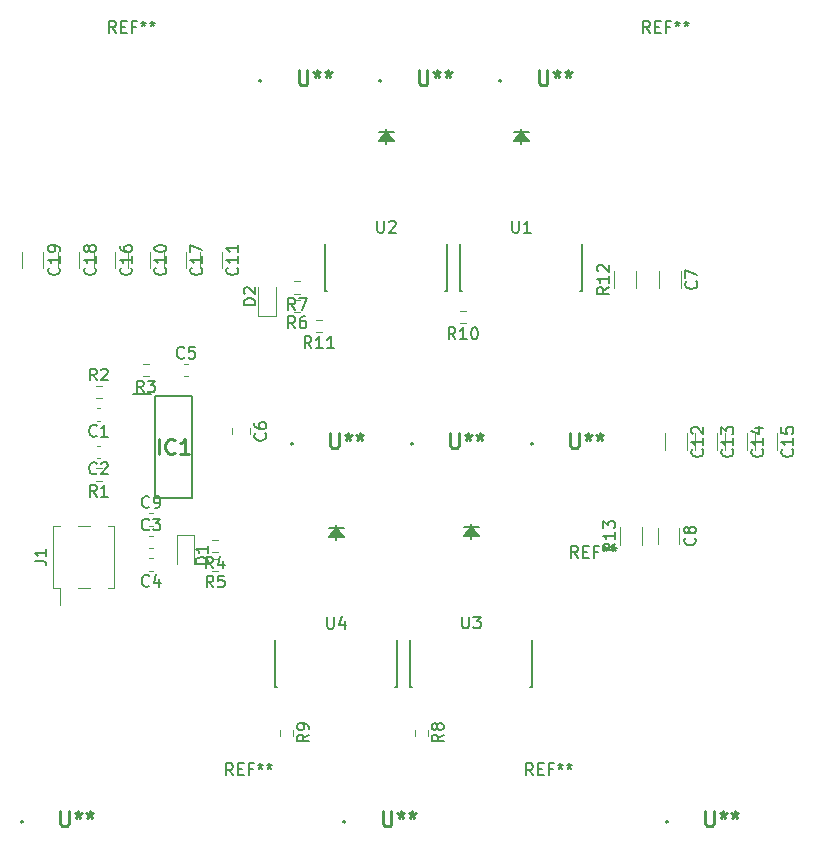
<source format=gbr>
%TF.GenerationSoftware,KiCad,Pcbnew,(5.1.9)-1*%
%TF.CreationDate,2021-04-16T14:47:50+02:00*%
%TF.ProjectId,Inverter,496e7665-7274-4657-922e-6b696361645f,rev?*%
%TF.SameCoordinates,Original*%
%TF.FileFunction,Legend,Top*%
%TF.FilePolarity,Positive*%
%FSLAX46Y46*%
G04 Gerber Fmt 4.6, Leading zero omitted, Abs format (unit mm)*
G04 Created by KiCad (PCBNEW (5.1.9)-1) date 2021-04-16 14:47:50*
%MOMM*%
%LPD*%
G01*
G04 APERTURE LIST*
%ADD10C,0.200000*%
%ADD11C,0.120000*%
%ADD12C,0.152400*%
%ADD13C,0.254000*%
%ADD14C,0.150000*%
G04 APERTURE END LIST*
D10*
%TO.C,U\u002A\u002A*%
X124405000Y-125295000D02*
X124405000Y-125295000D01*
X124205000Y-125295000D02*
X124205000Y-125295000D01*
X124405000Y-125295000D02*
G75*
G02*
X124205000Y-125295000I-100000J0D01*
G01*
X124205000Y-125295000D02*
G75*
G02*
X124405000Y-125295000I100000J0D01*
G01*
X96900000Y-125295000D02*
X96900000Y-125295000D01*
X97100000Y-125295000D02*
X97100000Y-125295000D01*
X96900000Y-125295000D02*
G75*
G02*
X97100000Y-125295000I100000J0D01*
G01*
X97100000Y-125295000D02*
G75*
G02*
X96900000Y-125295000I-100000J0D01*
G01*
X69795000Y-125295000D02*
X69795000Y-125295000D01*
X69595000Y-125295000D02*
X69595000Y-125295000D01*
X69795000Y-125295000D02*
G75*
G02*
X69595000Y-125295000I-100000J0D01*
G01*
X69595000Y-125295000D02*
G75*
G02*
X69795000Y-125295000I100000J0D01*
G01*
X112775000Y-93291000D02*
X112775000Y-93291000D01*
X112975000Y-93291000D02*
X112975000Y-93291000D01*
X112775000Y-93291000D02*
G75*
G02*
X112975000Y-93291000I100000J0D01*
G01*
X112975000Y-93291000D02*
G75*
G02*
X112775000Y-93291000I-100000J0D01*
G01*
X102815000Y-93291000D02*
X102815000Y-93291000D01*
X102615000Y-93291000D02*
X102615000Y-93291000D01*
X102815000Y-93291000D02*
G75*
G02*
X102615000Y-93291000I-100000J0D01*
G01*
X102615000Y-93291000D02*
G75*
G02*
X102815000Y-93291000I100000J0D01*
G01*
X92455000Y-93291000D02*
X92455000Y-93291000D01*
X92655000Y-93291000D02*
X92655000Y-93291000D01*
X92455000Y-93291000D02*
G75*
G02*
X92655000Y-93291000I100000J0D01*
G01*
X92655000Y-93291000D02*
G75*
G02*
X92455000Y-93291000I-100000J0D01*
G01*
X110308000Y-62557000D02*
X110308000Y-62557000D01*
X110108000Y-62557000D02*
X110108000Y-62557000D01*
X110308000Y-62557000D02*
G75*
G02*
X110108000Y-62557000I-100000J0D01*
G01*
X110108000Y-62557000D02*
G75*
G02*
X110308000Y-62557000I100000J0D01*
G01*
X99948000Y-62557000D02*
X99948000Y-62557000D01*
X100148000Y-62557000D02*
X100148000Y-62557000D01*
X99948000Y-62557000D02*
G75*
G02*
X100148000Y-62557000I100000J0D01*
G01*
X100148000Y-62557000D02*
G75*
G02*
X99948000Y-62557000I-100000J0D01*
G01*
X89988000Y-62557000D02*
X89988000Y-62557000D01*
X89788000Y-62557000D02*
X89788000Y-62557000D01*
X89988000Y-62557000D02*
G75*
G02*
X89788000Y-62557000I-100000J0D01*
G01*
X89788000Y-62557000D02*
G75*
G02*
X89988000Y-62557000I100000J0D01*
G01*
D11*
%TO.C,C19*%
X71522000Y-77012748D02*
X71522000Y-78435252D01*
X69702000Y-77012748D02*
X69702000Y-78435252D01*
%TO.C,C18*%
X74570000Y-77012748D02*
X74570000Y-78435252D01*
X72750000Y-77012748D02*
X72750000Y-78435252D01*
%TO.C,C17*%
X83587000Y-77012748D02*
X83587000Y-78435252D01*
X81767000Y-77012748D02*
X81767000Y-78435252D01*
%TO.C,C16*%
X77618000Y-77012748D02*
X77618000Y-78435252D01*
X75798000Y-77012748D02*
X75798000Y-78435252D01*
%TO.C,C10*%
X80539000Y-77012748D02*
X80539000Y-78435252D01*
X78719000Y-77012748D02*
X78719000Y-78435252D01*
%TO.C,R13*%
X120375000Y-101819064D02*
X120375000Y-100364936D01*
X122195000Y-101819064D02*
X122195000Y-100364936D01*
%TO.C,R12*%
X119867000Y-80102064D02*
X119867000Y-78647936D01*
X121687000Y-80102064D02*
X121687000Y-78647936D01*
%TO.C,C8*%
X125370000Y-100380748D02*
X125370000Y-101803252D01*
X123550000Y-100380748D02*
X123550000Y-101803252D01*
%TO.C,C7*%
X125497000Y-78663748D02*
X125497000Y-80086252D01*
X123677000Y-78663748D02*
X123677000Y-80086252D01*
%TO.C,C15*%
X133625000Y-92405148D02*
X133625000Y-93827652D01*
X131805000Y-92405148D02*
X131805000Y-93827652D01*
%TO.C,C14*%
X131085000Y-92405148D02*
X131085000Y-93827652D01*
X129265000Y-92405148D02*
X129265000Y-93827652D01*
%TO.C,C13*%
X128545000Y-92405148D02*
X128545000Y-93827652D01*
X126725000Y-92405148D02*
X126725000Y-93827652D01*
%TO.C,C12*%
X126005000Y-92405148D02*
X126005000Y-93827652D01*
X124185000Y-92405148D02*
X124185000Y-93827652D01*
%TO.C,C11*%
X86635000Y-77012748D02*
X86635000Y-78435252D01*
X84815000Y-77012748D02*
X84815000Y-78435252D01*
%TO.C,J1*%
X74420000Y-100270000D02*
X75440000Y-100270000D01*
X74420000Y-105470000D02*
X75440000Y-105470000D01*
X76960000Y-100270000D02*
X77530000Y-100270000D01*
X76960000Y-105470000D02*
X77530000Y-105470000D01*
X72330000Y-100270000D02*
X72900000Y-100270000D01*
X72330000Y-105470000D02*
X72900000Y-105470000D01*
X72900000Y-106910000D02*
X72900000Y-105470000D01*
X77530000Y-105470000D02*
X77530000Y-100270000D01*
X72330000Y-105470000D02*
X72330000Y-100270000D01*
D12*
%TO.C,U4*%
X96316800Y-101409500D02*
X96316800Y-100139500D01*
X96951800Y-100393500D02*
X95681800Y-100393500D01*
X96316800Y-100393500D02*
X96951800Y-101155500D01*
X96316800Y-100393500D02*
X96824800Y-101155500D01*
X96316800Y-100393500D02*
X96697800Y-101155500D01*
X96316800Y-100393500D02*
X96570800Y-101155500D01*
X96316800Y-100393500D02*
X96443800Y-101155500D01*
X96316800Y-100393500D02*
X95681800Y-101155500D01*
X96316800Y-100393500D02*
X95808800Y-101155500D01*
X96316800Y-100393500D02*
X95935800Y-101155500D01*
X96316800Y-100393500D02*
X96062800Y-101155500D01*
X96316800Y-100393500D02*
X96189800Y-101155500D01*
X96951800Y-101155500D02*
X95681800Y-101155500D01*
X91135200Y-113906300D02*
X91339561Y-113906300D01*
X101498400Y-113906300D02*
X101498400Y-109915288D01*
X91135200Y-109915288D02*
X91135200Y-113906300D01*
X101294039Y-113906300D02*
X101498400Y-113906300D01*
%TO.C,U3*%
X107746800Y-101384100D02*
X107746800Y-100114100D01*
X108381800Y-100368100D02*
X107111800Y-100368100D01*
X107746800Y-100368100D02*
X108381800Y-101130100D01*
X107746800Y-100368100D02*
X108254800Y-101130100D01*
X107746800Y-100368100D02*
X108127800Y-101130100D01*
X107746800Y-100368100D02*
X108000800Y-101130100D01*
X107746800Y-100368100D02*
X107873800Y-101130100D01*
X107746800Y-100368100D02*
X107111800Y-101130100D01*
X107746800Y-100368100D02*
X107238800Y-101130100D01*
X107746800Y-100368100D02*
X107365800Y-101130100D01*
X107746800Y-100368100D02*
X107492800Y-101130100D01*
X107746800Y-100368100D02*
X107619800Y-101130100D01*
X108381800Y-101130100D02*
X107111800Y-101130100D01*
X102565200Y-113880900D02*
X102769561Y-113880900D01*
X112928400Y-113880900D02*
X112928400Y-109889888D01*
X102565200Y-109889888D02*
X102565200Y-113880900D01*
X112724039Y-113880900D02*
X112928400Y-113880900D01*
%TO.C,U2*%
X100558600Y-67881500D02*
X100558600Y-66611500D01*
X101193600Y-66865500D02*
X99923600Y-66865500D01*
X100558600Y-66865500D02*
X101193600Y-67627500D01*
X100558600Y-66865500D02*
X101066600Y-67627500D01*
X100558600Y-66865500D02*
X100939600Y-67627500D01*
X100558600Y-66865500D02*
X100812600Y-67627500D01*
X100558600Y-66865500D02*
X100685600Y-67627500D01*
X100558600Y-66865500D02*
X99923600Y-67627500D01*
X100558600Y-66865500D02*
X100050600Y-67627500D01*
X100558600Y-66865500D02*
X100177600Y-67627500D01*
X100558600Y-66865500D02*
X100304600Y-67627500D01*
X100558600Y-66865500D02*
X100431600Y-67627500D01*
X101193600Y-67627500D02*
X99923600Y-67627500D01*
X95377000Y-80378300D02*
X95581361Y-80378300D01*
X105740200Y-80378300D02*
X105740200Y-76387288D01*
X95377000Y-76387288D02*
X95377000Y-80378300D01*
X105535839Y-80378300D02*
X105740200Y-80378300D01*
%TO.C,U1*%
X111988600Y-67881500D02*
X111988600Y-66611500D01*
X112623600Y-66865500D02*
X111353600Y-66865500D01*
X111988600Y-66865500D02*
X112623600Y-67627500D01*
X111988600Y-66865500D02*
X112496600Y-67627500D01*
X111988600Y-66865500D02*
X112369600Y-67627500D01*
X111988600Y-66865500D02*
X112242600Y-67627500D01*
X111988600Y-66865500D02*
X112115600Y-67627500D01*
X111988600Y-66865500D02*
X111353600Y-67627500D01*
X111988600Y-66865500D02*
X111480600Y-67627500D01*
X111988600Y-66865500D02*
X111607600Y-67627500D01*
X111988600Y-66865500D02*
X111734600Y-67627500D01*
X111988600Y-66865500D02*
X111861600Y-67627500D01*
X112623600Y-67627500D02*
X111353600Y-67627500D01*
X106807000Y-80378300D02*
X107011361Y-80378300D01*
X117170200Y-80378300D02*
X117170200Y-76387288D01*
X106807000Y-76387288D02*
X106807000Y-80378300D01*
X116965839Y-80378300D02*
X117170200Y-80378300D01*
D10*
%TO.C,IC1*%
X80950000Y-89248600D02*
X84150000Y-89248600D01*
X84150000Y-89248600D02*
X84150000Y-97898600D01*
X84150000Y-97898600D02*
X80950000Y-97898600D01*
X80950000Y-97898600D02*
X80950000Y-89248600D01*
X79075000Y-89063600D02*
X80600000Y-89063600D01*
D11*
%TO.C,C6*%
X89000000Y-91967248D02*
X89000000Y-92489752D01*
X87530000Y-91967248D02*
X87530000Y-92489752D01*
%TO.C,D1*%
X82805600Y-101043600D02*
X82805600Y-103503600D01*
X84275600Y-101043600D02*
X82805600Y-101043600D01*
X84275600Y-103503600D02*
X84275600Y-101043600D01*
%TO.C,R5*%
X86333424Y-103033300D02*
X85823976Y-103033300D01*
X86333424Y-104078300D02*
X85823976Y-104078300D01*
%TO.C,R4*%
X86311824Y-101433100D02*
X85802376Y-101433100D01*
X86311824Y-102478100D02*
X85802376Y-102478100D01*
%TO.C,C3*%
X80498733Y-102110000D02*
X80791267Y-102110000D01*
X80498733Y-101090000D02*
X80791267Y-101090000D01*
%TO.C,C9*%
X80498733Y-100205000D02*
X80791267Y-100205000D01*
X80498733Y-99185000D02*
X80791267Y-99185000D01*
%TO.C,C5*%
X83469433Y-87555800D02*
X83761967Y-87555800D01*
X83469433Y-86535800D02*
X83761967Y-86535800D01*
%TO.C,C4*%
X80791267Y-102995000D02*
X80498733Y-102995000D01*
X80791267Y-104015000D02*
X80498733Y-104015000D01*
%TO.C,C2*%
X76346267Y-93470000D02*
X76053733Y-93470000D01*
X76346267Y-94490000D02*
X76053733Y-94490000D01*
%TO.C,C1*%
X76346267Y-90295000D02*
X76053733Y-90295000D01*
X76346267Y-91315000D02*
X76053733Y-91315000D01*
%TO.C,R1*%
X76454724Y-95362500D02*
X75945276Y-95362500D01*
X76454724Y-96407500D02*
X75945276Y-96407500D01*
%TO.C,R3*%
X80440624Y-86523300D02*
X79931176Y-86523300D01*
X80440624Y-87568300D02*
X79931176Y-87568300D01*
%TO.C,R2*%
X75945276Y-89422500D02*
X76454724Y-89422500D01*
X75945276Y-88377500D02*
X76454724Y-88377500D01*
%TO.C,R9*%
X91603300Y-117476176D02*
X91603300Y-117985624D01*
X92648300Y-117476176D02*
X92648300Y-117985624D01*
%TO.C,R8*%
X103007900Y-117476176D02*
X103007900Y-117985624D01*
X104052900Y-117476176D02*
X104052900Y-117985624D01*
%TO.C,R11*%
X95123724Y-82789500D02*
X94614276Y-82789500D01*
X95123724Y-83834500D02*
X94614276Y-83834500D01*
%TO.C,R10*%
X107315724Y-82027500D02*
X106806276Y-82027500D01*
X107315724Y-83072500D02*
X106806276Y-83072500D01*
%TO.C,R7*%
X93267624Y-79538300D02*
X92758176Y-79538300D01*
X93267624Y-80583300D02*
X92758176Y-80583300D01*
%TO.C,R6*%
X93271424Y-81087700D02*
X92761976Y-81087700D01*
X93271424Y-82132700D02*
X92761976Y-82132700D01*
%TO.C,D2*%
X91184400Y-82468800D02*
X91184400Y-80008800D01*
X89714400Y-82468800D02*
X91184400Y-82468800D01*
X89714400Y-80008800D02*
X89714400Y-82468800D01*
%TO.C,U\u002A\u002A*%
D13*
X127574523Y-124399523D02*
X127574523Y-125427619D01*
X127635000Y-125548571D01*
X127695476Y-125609047D01*
X127816428Y-125669523D01*
X128058333Y-125669523D01*
X128179285Y-125609047D01*
X128239761Y-125548571D01*
X128300238Y-125427619D01*
X128300238Y-124399523D01*
X129086428Y-124399523D02*
X129086428Y-124701904D01*
X128784047Y-124580952D02*
X129086428Y-124701904D01*
X129388809Y-124580952D01*
X128905000Y-124943809D02*
X129086428Y-124701904D01*
X129267857Y-124943809D01*
X130054047Y-124399523D02*
X130054047Y-124701904D01*
X129751666Y-124580952D02*
X130054047Y-124701904D01*
X130356428Y-124580952D01*
X129872619Y-124943809D02*
X130054047Y-124701904D01*
X130235476Y-124943809D01*
X100269523Y-124399523D02*
X100269523Y-125427619D01*
X100330000Y-125548571D01*
X100390476Y-125609047D01*
X100511428Y-125669523D01*
X100753333Y-125669523D01*
X100874285Y-125609047D01*
X100934761Y-125548571D01*
X100995238Y-125427619D01*
X100995238Y-124399523D01*
X101781428Y-124399523D02*
X101781428Y-124701904D01*
X101479047Y-124580952D02*
X101781428Y-124701904D01*
X102083809Y-124580952D01*
X101600000Y-124943809D02*
X101781428Y-124701904D01*
X101962857Y-124943809D01*
X102749047Y-124399523D02*
X102749047Y-124701904D01*
X102446666Y-124580952D02*
X102749047Y-124701904D01*
X103051428Y-124580952D01*
X102567619Y-124943809D02*
X102749047Y-124701904D01*
X102930476Y-124943809D01*
X72964523Y-124399523D02*
X72964523Y-125427619D01*
X73025000Y-125548571D01*
X73085476Y-125609047D01*
X73206428Y-125669523D01*
X73448333Y-125669523D01*
X73569285Y-125609047D01*
X73629761Y-125548571D01*
X73690238Y-125427619D01*
X73690238Y-124399523D01*
X74476428Y-124399523D02*
X74476428Y-124701904D01*
X74174047Y-124580952D02*
X74476428Y-124701904D01*
X74778809Y-124580952D01*
X74295000Y-124943809D02*
X74476428Y-124701904D01*
X74657857Y-124943809D01*
X75444047Y-124399523D02*
X75444047Y-124701904D01*
X75141666Y-124580952D02*
X75444047Y-124701904D01*
X75746428Y-124580952D01*
X75262619Y-124943809D02*
X75444047Y-124701904D01*
X75625476Y-124943809D01*
X116144523Y-92395523D02*
X116144523Y-93423619D01*
X116205000Y-93544571D01*
X116265476Y-93605047D01*
X116386428Y-93665523D01*
X116628333Y-93665523D01*
X116749285Y-93605047D01*
X116809761Y-93544571D01*
X116870238Y-93423619D01*
X116870238Y-92395523D01*
X117656428Y-92395523D02*
X117656428Y-92697904D01*
X117354047Y-92576952D02*
X117656428Y-92697904D01*
X117958809Y-92576952D01*
X117475000Y-92939809D02*
X117656428Y-92697904D01*
X117837857Y-92939809D01*
X118624047Y-92395523D02*
X118624047Y-92697904D01*
X118321666Y-92576952D02*
X118624047Y-92697904D01*
X118926428Y-92576952D01*
X118442619Y-92939809D02*
X118624047Y-92697904D01*
X118805476Y-92939809D01*
X105984523Y-92395523D02*
X105984523Y-93423619D01*
X106045000Y-93544571D01*
X106105476Y-93605047D01*
X106226428Y-93665523D01*
X106468333Y-93665523D01*
X106589285Y-93605047D01*
X106649761Y-93544571D01*
X106710238Y-93423619D01*
X106710238Y-92395523D01*
X107496428Y-92395523D02*
X107496428Y-92697904D01*
X107194047Y-92576952D02*
X107496428Y-92697904D01*
X107798809Y-92576952D01*
X107315000Y-92939809D02*
X107496428Y-92697904D01*
X107677857Y-92939809D01*
X108464047Y-92395523D02*
X108464047Y-92697904D01*
X108161666Y-92576952D02*
X108464047Y-92697904D01*
X108766428Y-92576952D01*
X108282619Y-92939809D02*
X108464047Y-92697904D01*
X108645476Y-92939809D01*
X95824523Y-92395523D02*
X95824523Y-93423619D01*
X95885000Y-93544571D01*
X95945476Y-93605047D01*
X96066428Y-93665523D01*
X96308333Y-93665523D01*
X96429285Y-93605047D01*
X96489761Y-93544571D01*
X96550238Y-93423619D01*
X96550238Y-92395523D01*
X97336428Y-92395523D02*
X97336428Y-92697904D01*
X97034047Y-92576952D02*
X97336428Y-92697904D01*
X97638809Y-92576952D01*
X97155000Y-92939809D02*
X97336428Y-92697904D01*
X97517857Y-92939809D01*
X98304047Y-92395523D02*
X98304047Y-92697904D01*
X98001666Y-92576952D02*
X98304047Y-92697904D01*
X98606428Y-92576952D01*
X98122619Y-92939809D02*
X98304047Y-92697904D01*
X98485476Y-92939809D01*
X113477523Y-61661523D02*
X113477523Y-62689619D01*
X113538000Y-62810571D01*
X113598476Y-62871047D01*
X113719428Y-62931523D01*
X113961333Y-62931523D01*
X114082285Y-62871047D01*
X114142761Y-62810571D01*
X114203238Y-62689619D01*
X114203238Y-61661523D01*
X114989428Y-61661523D02*
X114989428Y-61963904D01*
X114687047Y-61842952D02*
X114989428Y-61963904D01*
X115291809Y-61842952D01*
X114808000Y-62205809D02*
X114989428Y-61963904D01*
X115170857Y-62205809D01*
X115957047Y-61661523D02*
X115957047Y-61963904D01*
X115654666Y-61842952D02*
X115957047Y-61963904D01*
X116259428Y-61842952D01*
X115775619Y-62205809D02*
X115957047Y-61963904D01*
X116138476Y-62205809D01*
X103317523Y-61661523D02*
X103317523Y-62689619D01*
X103378000Y-62810571D01*
X103438476Y-62871047D01*
X103559428Y-62931523D01*
X103801333Y-62931523D01*
X103922285Y-62871047D01*
X103982761Y-62810571D01*
X104043238Y-62689619D01*
X104043238Y-61661523D01*
X104829428Y-61661523D02*
X104829428Y-61963904D01*
X104527047Y-61842952D02*
X104829428Y-61963904D01*
X105131809Y-61842952D01*
X104648000Y-62205809D02*
X104829428Y-61963904D01*
X105010857Y-62205809D01*
X105797047Y-61661523D02*
X105797047Y-61963904D01*
X105494666Y-61842952D02*
X105797047Y-61963904D01*
X106099428Y-61842952D01*
X105615619Y-62205809D02*
X105797047Y-61963904D01*
X105978476Y-62205809D01*
X93157523Y-61661523D02*
X93157523Y-62689619D01*
X93218000Y-62810571D01*
X93278476Y-62871047D01*
X93399428Y-62931523D01*
X93641333Y-62931523D01*
X93762285Y-62871047D01*
X93822761Y-62810571D01*
X93883238Y-62689619D01*
X93883238Y-61661523D01*
X94669428Y-61661523D02*
X94669428Y-61963904D01*
X94367047Y-61842952D02*
X94669428Y-61963904D01*
X94971809Y-61842952D01*
X94488000Y-62205809D02*
X94669428Y-61963904D01*
X94850857Y-62205809D01*
X95637047Y-61661523D02*
X95637047Y-61963904D01*
X95334666Y-61842952D02*
X95637047Y-61963904D01*
X95939428Y-61842952D01*
X95455619Y-62205809D02*
X95637047Y-61963904D01*
X95818476Y-62205809D01*
%TO.C,C19*%
D14*
X72819142Y-78366857D02*
X72866761Y-78414476D01*
X72914380Y-78557333D01*
X72914380Y-78652571D01*
X72866761Y-78795428D01*
X72771523Y-78890666D01*
X72676285Y-78938285D01*
X72485809Y-78985904D01*
X72342952Y-78985904D01*
X72152476Y-78938285D01*
X72057238Y-78890666D01*
X71962000Y-78795428D01*
X71914380Y-78652571D01*
X71914380Y-78557333D01*
X71962000Y-78414476D01*
X72009619Y-78366857D01*
X72914380Y-77414476D02*
X72914380Y-77985904D01*
X72914380Y-77700190D02*
X71914380Y-77700190D01*
X72057238Y-77795428D01*
X72152476Y-77890666D01*
X72200095Y-77985904D01*
X72914380Y-76938285D02*
X72914380Y-76747809D01*
X72866761Y-76652571D01*
X72819142Y-76604952D01*
X72676285Y-76509714D01*
X72485809Y-76462095D01*
X72104857Y-76462095D01*
X72009619Y-76509714D01*
X71962000Y-76557333D01*
X71914380Y-76652571D01*
X71914380Y-76843047D01*
X71962000Y-76938285D01*
X72009619Y-76985904D01*
X72104857Y-77033523D01*
X72342952Y-77033523D01*
X72438190Y-76985904D01*
X72485809Y-76938285D01*
X72533428Y-76843047D01*
X72533428Y-76652571D01*
X72485809Y-76557333D01*
X72438190Y-76509714D01*
X72342952Y-76462095D01*
%TO.C,C18*%
X75867142Y-78366857D02*
X75914761Y-78414476D01*
X75962380Y-78557333D01*
X75962380Y-78652571D01*
X75914761Y-78795428D01*
X75819523Y-78890666D01*
X75724285Y-78938285D01*
X75533809Y-78985904D01*
X75390952Y-78985904D01*
X75200476Y-78938285D01*
X75105238Y-78890666D01*
X75010000Y-78795428D01*
X74962380Y-78652571D01*
X74962380Y-78557333D01*
X75010000Y-78414476D01*
X75057619Y-78366857D01*
X75962380Y-77414476D02*
X75962380Y-77985904D01*
X75962380Y-77700190D02*
X74962380Y-77700190D01*
X75105238Y-77795428D01*
X75200476Y-77890666D01*
X75248095Y-77985904D01*
X75390952Y-76843047D02*
X75343333Y-76938285D01*
X75295714Y-76985904D01*
X75200476Y-77033523D01*
X75152857Y-77033523D01*
X75057619Y-76985904D01*
X75010000Y-76938285D01*
X74962380Y-76843047D01*
X74962380Y-76652571D01*
X75010000Y-76557333D01*
X75057619Y-76509714D01*
X75152857Y-76462095D01*
X75200476Y-76462095D01*
X75295714Y-76509714D01*
X75343333Y-76557333D01*
X75390952Y-76652571D01*
X75390952Y-76843047D01*
X75438571Y-76938285D01*
X75486190Y-76985904D01*
X75581428Y-77033523D01*
X75771904Y-77033523D01*
X75867142Y-76985904D01*
X75914761Y-76938285D01*
X75962380Y-76843047D01*
X75962380Y-76652571D01*
X75914761Y-76557333D01*
X75867142Y-76509714D01*
X75771904Y-76462095D01*
X75581428Y-76462095D01*
X75486190Y-76509714D01*
X75438571Y-76557333D01*
X75390952Y-76652571D01*
%TO.C,C17*%
X84884142Y-78366857D02*
X84931761Y-78414476D01*
X84979380Y-78557333D01*
X84979380Y-78652571D01*
X84931761Y-78795428D01*
X84836523Y-78890666D01*
X84741285Y-78938285D01*
X84550809Y-78985904D01*
X84407952Y-78985904D01*
X84217476Y-78938285D01*
X84122238Y-78890666D01*
X84027000Y-78795428D01*
X83979380Y-78652571D01*
X83979380Y-78557333D01*
X84027000Y-78414476D01*
X84074619Y-78366857D01*
X84979380Y-77414476D02*
X84979380Y-77985904D01*
X84979380Y-77700190D02*
X83979380Y-77700190D01*
X84122238Y-77795428D01*
X84217476Y-77890666D01*
X84265095Y-77985904D01*
X83979380Y-77081142D02*
X83979380Y-76414476D01*
X84979380Y-76843047D01*
%TO.C,C16*%
X78915142Y-78366857D02*
X78962761Y-78414476D01*
X79010380Y-78557333D01*
X79010380Y-78652571D01*
X78962761Y-78795428D01*
X78867523Y-78890666D01*
X78772285Y-78938285D01*
X78581809Y-78985904D01*
X78438952Y-78985904D01*
X78248476Y-78938285D01*
X78153238Y-78890666D01*
X78058000Y-78795428D01*
X78010380Y-78652571D01*
X78010380Y-78557333D01*
X78058000Y-78414476D01*
X78105619Y-78366857D01*
X79010380Y-77414476D02*
X79010380Y-77985904D01*
X79010380Y-77700190D02*
X78010380Y-77700190D01*
X78153238Y-77795428D01*
X78248476Y-77890666D01*
X78296095Y-77985904D01*
X78010380Y-76557333D02*
X78010380Y-76747809D01*
X78058000Y-76843047D01*
X78105619Y-76890666D01*
X78248476Y-76985904D01*
X78438952Y-77033523D01*
X78819904Y-77033523D01*
X78915142Y-76985904D01*
X78962761Y-76938285D01*
X79010380Y-76843047D01*
X79010380Y-76652571D01*
X78962761Y-76557333D01*
X78915142Y-76509714D01*
X78819904Y-76462095D01*
X78581809Y-76462095D01*
X78486571Y-76509714D01*
X78438952Y-76557333D01*
X78391333Y-76652571D01*
X78391333Y-76843047D01*
X78438952Y-76938285D01*
X78486571Y-76985904D01*
X78581809Y-77033523D01*
%TO.C,C10*%
X81836142Y-78366857D02*
X81883761Y-78414476D01*
X81931380Y-78557333D01*
X81931380Y-78652571D01*
X81883761Y-78795428D01*
X81788523Y-78890666D01*
X81693285Y-78938285D01*
X81502809Y-78985904D01*
X81359952Y-78985904D01*
X81169476Y-78938285D01*
X81074238Y-78890666D01*
X80979000Y-78795428D01*
X80931380Y-78652571D01*
X80931380Y-78557333D01*
X80979000Y-78414476D01*
X81026619Y-78366857D01*
X81931380Y-77414476D02*
X81931380Y-77985904D01*
X81931380Y-77700190D02*
X80931380Y-77700190D01*
X81074238Y-77795428D01*
X81169476Y-77890666D01*
X81217095Y-77985904D01*
X80931380Y-76795428D02*
X80931380Y-76700190D01*
X80979000Y-76604952D01*
X81026619Y-76557333D01*
X81121857Y-76509714D01*
X81312333Y-76462095D01*
X81550428Y-76462095D01*
X81740904Y-76509714D01*
X81836142Y-76557333D01*
X81883761Y-76604952D01*
X81931380Y-76700190D01*
X81931380Y-76795428D01*
X81883761Y-76890666D01*
X81836142Y-76938285D01*
X81740904Y-76985904D01*
X81550428Y-77033523D01*
X81312333Y-77033523D01*
X81121857Y-76985904D01*
X81026619Y-76938285D01*
X80979000Y-76890666D01*
X80931380Y-76795428D01*
%TO.C,REF\u002A\u002A*%
X116776666Y-102932380D02*
X116443333Y-102456190D01*
X116205238Y-102932380D02*
X116205238Y-101932380D01*
X116586190Y-101932380D01*
X116681428Y-101980000D01*
X116729047Y-102027619D01*
X116776666Y-102122857D01*
X116776666Y-102265714D01*
X116729047Y-102360952D01*
X116681428Y-102408571D01*
X116586190Y-102456190D01*
X116205238Y-102456190D01*
X117205238Y-102408571D02*
X117538571Y-102408571D01*
X117681428Y-102932380D02*
X117205238Y-102932380D01*
X117205238Y-101932380D01*
X117681428Y-101932380D01*
X118443333Y-102408571D02*
X118110000Y-102408571D01*
X118110000Y-102932380D02*
X118110000Y-101932380D01*
X118586190Y-101932380D01*
X119110000Y-101932380D02*
X119110000Y-102170476D01*
X118871904Y-102075238D02*
X119110000Y-102170476D01*
X119348095Y-102075238D01*
X118967142Y-102360952D02*
X119110000Y-102170476D01*
X119252857Y-102360952D01*
X119871904Y-101932380D02*
X119871904Y-102170476D01*
X119633809Y-102075238D02*
X119871904Y-102170476D01*
X120110000Y-102075238D01*
X119729047Y-102360952D02*
X119871904Y-102170476D01*
X120014761Y-102360952D01*
%TO.C,R13*%
X119917380Y-101734857D02*
X119441190Y-102068190D01*
X119917380Y-102306285D02*
X118917380Y-102306285D01*
X118917380Y-101925333D01*
X118965000Y-101830095D01*
X119012619Y-101782476D01*
X119107857Y-101734857D01*
X119250714Y-101734857D01*
X119345952Y-101782476D01*
X119393571Y-101830095D01*
X119441190Y-101925333D01*
X119441190Y-102306285D01*
X119917380Y-100782476D02*
X119917380Y-101353904D01*
X119917380Y-101068190D02*
X118917380Y-101068190D01*
X119060238Y-101163428D01*
X119155476Y-101258666D01*
X119203095Y-101353904D01*
X118917380Y-100449142D02*
X118917380Y-99830095D01*
X119298333Y-100163428D01*
X119298333Y-100020571D01*
X119345952Y-99925333D01*
X119393571Y-99877714D01*
X119488809Y-99830095D01*
X119726904Y-99830095D01*
X119822142Y-99877714D01*
X119869761Y-99925333D01*
X119917380Y-100020571D01*
X119917380Y-100306285D01*
X119869761Y-100401523D01*
X119822142Y-100449142D01*
%TO.C,R12*%
X119409380Y-80017857D02*
X118933190Y-80351190D01*
X119409380Y-80589285D02*
X118409380Y-80589285D01*
X118409380Y-80208333D01*
X118457000Y-80113095D01*
X118504619Y-80065476D01*
X118599857Y-80017857D01*
X118742714Y-80017857D01*
X118837952Y-80065476D01*
X118885571Y-80113095D01*
X118933190Y-80208333D01*
X118933190Y-80589285D01*
X119409380Y-79065476D02*
X119409380Y-79636904D01*
X119409380Y-79351190D02*
X118409380Y-79351190D01*
X118552238Y-79446428D01*
X118647476Y-79541666D01*
X118695095Y-79636904D01*
X118504619Y-78684523D02*
X118457000Y-78636904D01*
X118409380Y-78541666D01*
X118409380Y-78303571D01*
X118457000Y-78208333D01*
X118504619Y-78160714D01*
X118599857Y-78113095D01*
X118695095Y-78113095D01*
X118837952Y-78160714D01*
X119409380Y-78732142D01*
X119409380Y-78113095D01*
%TO.C,C8*%
X126667142Y-101258666D02*
X126714761Y-101306285D01*
X126762380Y-101449142D01*
X126762380Y-101544380D01*
X126714761Y-101687238D01*
X126619523Y-101782476D01*
X126524285Y-101830095D01*
X126333809Y-101877714D01*
X126190952Y-101877714D01*
X126000476Y-101830095D01*
X125905238Y-101782476D01*
X125810000Y-101687238D01*
X125762380Y-101544380D01*
X125762380Y-101449142D01*
X125810000Y-101306285D01*
X125857619Y-101258666D01*
X126190952Y-100687238D02*
X126143333Y-100782476D01*
X126095714Y-100830095D01*
X126000476Y-100877714D01*
X125952857Y-100877714D01*
X125857619Y-100830095D01*
X125810000Y-100782476D01*
X125762380Y-100687238D01*
X125762380Y-100496761D01*
X125810000Y-100401523D01*
X125857619Y-100353904D01*
X125952857Y-100306285D01*
X126000476Y-100306285D01*
X126095714Y-100353904D01*
X126143333Y-100401523D01*
X126190952Y-100496761D01*
X126190952Y-100687238D01*
X126238571Y-100782476D01*
X126286190Y-100830095D01*
X126381428Y-100877714D01*
X126571904Y-100877714D01*
X126667142Y-100830095D01*
X126714761Y-100782476D01*
X126762380Y-100687238D01*
X126762380Y-100496761D01*
X126714761Y-100401523D01*
X126667142Y-100353904D01*
X126571904Y-100306285D01*
X126381428Y-100306285D01*
X126286190Y-100353904D01*
X126238571Y-100401523D01*
X126190952Y-100496761D01*
%TO.C,C7*%
X126794142Y-79541666D02*
X126841761Y-79589285D01*
X126889380Y-79732142D01*
X126889380Y-79827380D01*
X126841761Y-79970238D01*
X126746523Y-80065476D01*
X126651285Y-80113095D01*
X126460809Y-80160714D01*
X126317952Y-80160714D01*
X126127476Y-80113095D01*
X126032238Y-80065476D01*
X125937000Y-79970238D01*
X125889380Y-79827380D01*
X125889380Y-79732142D01*
X125937000Y-79589285D01*
X125984619Y-79541666D01*
X125889380Y-79208333D02*
X125889380Y-78541666D01*
X126889380Y-78970238D01*
%TO.C,C15*%
X134922142Y-93759257D02*
X134969761Y-93806876D01*
X135017380Y-93949733D01*
X135017380Y-94044971D01*
X134969761Y-94187828D01*
X134874523Y-94283066D01*
X134779285Y-94330685D01*
X134588809Y-94378304D01*
X134445952Y-94378304D01*
X134255476Y-94330685D01*
X134160238Y-94283066D01*
X134065000Y-94187828D01*
X134017380Y-94044971D01*
X134017380Y-93949733D01*
X134065000Y-93806876D01*
X134112619Y-93759257D01*
X135017380Y-92806876D02*
X135017380Y-93378304D01*
X135017380Y-93092590D02*
X134017380Y-93092590D01*
X134160238Y-93187828D01*
X134255476Y-93283066D01*
X134303095Y-93378304D01*
X134017380Y-91902114D02*
X134017380Y-92378304D01*
X134493571Y-92425923D01*
X134445952Y-92378304D01*
X134398333Y-92283066D01*
X134398333Y-92044971D01*
X134445952Y-91949733D01*
X134493571Y-91902114D01*
X134588809Y-91854495D01*
X134826904Y-91854495D01*
X134922142Y-91902114D01*
X134969761Y-91949733D01*
X135017380Y-92044971D01*
X135017380Y-92283066D01*
X134969761Y-92378304D01*
X134922142Y-92425923D01*
%TO.C,C14*%
X132382142Y-93759257D02*
X132429761Y-93806876D01*
X132477380Y-93949733D01*
X132477380Y-94044971D01*
X132429761Y-94187828D01*
X132334523Y-94283066D01*
X132239285Y-94330685D01*
X132048809Y-94378304D01*
X131905952Y-94378304D01*
X131715476Y-94330685D01*
X131620238Y-94283066D01*
X131525000Y-94187828D01*
X131477380Y-94044971D01*
X131477380Y-93949733D01*
X131525000Y-93806876D01*
X131572619Y-93759257D01*
X132477380Y-92806876D02*
X132477380Y-93378304D01*
X132477380Y-93092590D02*
X131477380Y-93092590D01*
X131620238Y-93187828D01*
X131715476Y-93283066D01*
X131763095Y-93378304D01*
X131810714Y-91949733D02*
X132477380Y-91949733D01*
X131429761Y-92187828D02*
X132144047Y-92425923D01*
X132144047Y-91806876D01*
%TO.C,C13*%
X129842142Y-93759257D02*
X129889761Y-93806876D01*
X129937380Y-93949733D01*
X129937380Y-94044971D01*
X129889761Y-94187828D01*
X129794523Y-94283066D01*
X129699285Y-94330685D01*
X129508809Y-94378304D01*
X129365952Y-94378304D01*
X129175476Y-94330685D01*
X129080238Y-94283066D01*
X128985000Y-94187828D01*
X128937380Y-94044971D01*
X128937380Y-93949733D01*
X128985000Y-93806876D01*
X129032619Y-93759257D01*
X129937380Y-92806876D02*
X129937380Y-93378304D01*
X129937380Y-93092590D02*
X128937380Y-93092590D01*
X129080238Y-93187828D01*
X129175476Y-93283066D01*
X129223095Y-93378304D01*
X128937380Y-92473542D02*
X128937380Y-91854495D01*
X129318333Y-92187828D01*
X129318333Y-92044971D01*
X129365952Y-91949733D01*
X129413571Y-91902114D01*
X129508809Y-91854495D01*
X129746904Y-91854495D01*
X129842142Y-91902114D01*
X129889761Y-91949733D01*
X129937380Y-92044971D01*
X129937380Y-92330685D01*
X129889761Y-92425923D01*
X129842142Y-92473542D01*
%TO.C,C12*%
X127302142Y-93759257D02*
X127349761Y-93806876D01*
X127397380Y-93949733D01*
X127397380Y-94044971D01*
X127349761Y-94187828D01*
X127254523Y-94283066D01*
X127159285Y-94330685D01*
X126968809Y-94378304D01*
X126825952Y-94378304D01*
X126635476Y-94330685D01*
X126540238Y-94283066D01*
X126445000Y-94187828D01*
X126397380Y-94044971D01*
X126397380Y-93949733D01*
X126445000Y-93806876D01*
X126492619Y-93759257D01*
X127397380Y-92806876D02*
X127397380Y-93378304D01*
X127397380Y-93092590D02*
X126397380Y-93092590D01*
X126540238Y-93187828D01*
X126635476Y-93283066D01*
X126683095Y-93378304D01*
X126492619Y-92425923D02*
X126445000Y-92378304D01*
X126397380Y-92283066D01*
X126397380Y-92044971D01*
X126445000Y-91949733D01*
X126492619Y-91902114D01*
X126587857Y-91854495D01*
X126683095Y-91854495D01*
X126825952Y-91902114D01*
X127397380Y-92473542D01*
X127397380Y-91854495D01*
%TO.C,C11*%
X87932142Y-78366857D02*
X87979761Y-78414476D01*
X88027380Y-78557333D01*
X88027380Y-78652571D01*
X87979761Y-78795428D01*
X87884523Y-78890666D01*
X87789285Y-78938285D01*
X87598809Y-78985904D01*
X87455952Y-78985904D01*
X87265476Y-78938285D01*
X87170238Y-78890666D01*
X87075000Y-78795428D01*
X87027380Y-78652571D01*
X87027380Y-78557333D01*
X87075000Y-78414476D01*
X87122619Y-78366857D01*
X88027380Y-77414476D02*
X88027380Y-77985904D01*
X88027380Y-77700190D02*
X87027380Y-77700190D01*
X87170238Y-77795428D01*
X87265476Y-77890666D01*
X87313095Y-77985904D01*
X88027380Y-76462095D02*
X88027380Y-77033523D01*
X88027380Y-76747809D02*
X87027380Y-76747809D01*
X87170238Y-76843047D01*
X87265476Y-76938285D01*
X87313095Y-77033523D01*
%TO.C,REF\u002A\u002A*%
X77660666Y-58482380D02*
X77327333Y-58006190D01*
X77089238Y-58482380D02*
X77089238Y-57482380D01*
X77470190Y-57482380D01*
X77565428Y-57530000D01*
X77613047Y-57577619D01*
X77660666Y-57672857D01*
X77660666Y-57815714D01*
X77613047Y-57910952D01*
X77565428Y-57958571D01*
X77470190Y-58006190D01*
X77089238Y-58006190D01*
X78089238Y-57958571D02*
X78422571Y-57958571D01*
X78565428Y-58482380D02*
X78089238Y-58482380D01*
X78089238Y-57482380D01*
X78565428Y-57482380D01*
X79327333Y-57958571D02*
X78994000Y-57958571D01*
X78994000Y-58482380D02*
X78994000Y-57482380D01*
X79470190Y-57482380D01*
X79994000Y-57482380D02*
X79994000Y-57720476D01*
X79755904Y-57625238D02*
X79994000Y-57720476D01*
X80232095Y-57625238D01*
X79851142Y-57910952D02*
X79994000Y-57720476D01*
X80136857Y-57910952D01*
X80755904Y-57482380D02*
X80755904Y-57720476D01*
X80517809Y-57625238D02*
X80755904Y-57720476D01*
X80994000Y-57625238D01*
X80613047Y-57910952D02*
X80755904Y-57720476D01*
X80898761Y-57910952D01*
X122872666Y-58482380D02*
X122539333Y-58006190D01*
X122301238Y-58482380D02*
X122301238Y-57482380D01*
X122682190Y-57482380D01*
X122777428Y-57530000D01*
X122825047Y-57577619D01*
X122872666Y-57672857D01*
X122872666Y-57815714D01*
X122825047Y-57910952D01*
X122777428Y-57958571D01*
X122682190Y-58006190D01*
X122301238Y-58006190D01*
X123301238Y-57958571D02*
X123634571Y-57958571D01*
X123777428Y-58482380D02*
X123301238Y-58482380D01*
X123301238Y-57482380D01*
X123777428Y-57482380D01*
X124539333Y-57958571D02*
X124206000Y-57958571D01*
X124206000Y-58482380D02*
X124206000Y-57482380D01*
X124682190Y-57482380D01*
X125206000Y-57482380D02*
X125206000Y-57720476D01*
X124967904Y-57625238D02*
X125206000Y-57720476D01*
X125444095Y-57625238D01*
X125063142Y-57910952D02*
X125206000Y-57720476D01*
X125348857Y-57910952D01*
X125967904Y-57482380D02*
X125967904Y-57720476D01*
X125729809Y-57625238D02*
X125967904Y-57720476D01*
X126206000Y-57625238D01*
X125825047Y-57910952D02*
X125967904Y-57720476D01*
X126110761Y-57910952D01*
X112966666Y-121347380D02*
X112633333Y-120871190D01*
X112395238Y-121347380D02*
X112395238Y-120347380D01*
X112776190Y-120347380D01*
X112871428Y-120395000D01*
X112919047Y-120442619D01*
X112966666Y-120537857D01*
X112966666Y-120680714D01*
X112919047Y-120775952D01*
X112871428Y-120823571D01*
X112776190Y-120871190D01*
X112395238Y-120871190D01*
X113395238Y-120823571D02*
X113728571Y-120823571D01*
X113871428Y-121347380D02*
X113395238Y-121347380D01*
X113395238Y-120347380D01*
X113871428Y-120347380D01*
X114633333Y-120823571D02*
X114300000Y-120823571D01*
X114300000Y-121347380D02*
X114300000Y-120347380D01*
X114776190Y-120347380D01*
X115300000Y-120347380D02*
X115300000Y-120585476D01*
X115061904Y-120490238D02*
X115300000Y-120585476D01*
X115538095Y-120490238D01*
X115157142Y-120775952D02*
X115300000Y-120585476D01*
X115442857Y-120775952D01*
X116061904Y-120347380D02*
X116061904Y-120585476D01*
X115823809Y-120490238D02*
X116061904Y-120585476D01*
X116300000Y-120490238D01*
X115919047Y-120775952D02*
X116061904Y-120585476D01*
X116204761Y-120775952D01*
X87566666Y-121347380D02*
X87233333Y-120871190D01*
X86995238Y-121347380D02*
X86995238Y-120347380D01*
X87376190Y-120347380D01*
X87471428Y-120395000D01*
X87519047Y-120442619D01*
X87566666Y-120537857D01*
X87566666Y-120680714D01*
X87519047Y-120775952D01*
X87471428Y-120823571D01*
X87376190Y-120871190D01*
X86995238Y-120871190D01*
X87995238Y-120823571D02*
X88328571Y-120823571D01*
X88471428Y-121347380D02*
X87995238Y-121347380D01*
X87995238Y-120347380D01*
X88471428Y-120347380D01*
X89233333Y-120823571D02*
X88900000Y-120823571D01*
X88900000Y-121347380D02*
X88900000Y-120347380D01*
X89376190Y-120347380D01*
X89900000Y-120347380D02*
X89900000Y-120585476D01*
X89661904Y-120490238D02*
X89900000Y-120585476D01*
X90138095Y-120490238D01*
X89757142Y-120775952D02*
X89900000Y-120585476D01*
X90042857Y-120775952D01*
X90661904Y-120347380D02*
X90661904Y-120585476D01*
X90423809Y-120490238D02*
X90661904Y-120585476D01*
X90900000Y-120490238D01*
X90519047Y-120775952D02*
X90661904Y-120585476D01*
X90804761Y-120775952D01*
%TO.C,J1*%
X70782380Y-103203333D02*
X71496666Y-103203333D01*
X71639523Y-103250952D01*
X71734761Y-103346190D01*
X71782380Y-103489047D01*
X71782380Y-103584285D01*
X71782380Y-102203333D02*
X71782380Y-102774761D01*
X71782380Y-102489047D02*
X70782380Y-102489047D01*
X70925238Y-102584285D01*
X71020476Y-102679523D01*
X71068095Y-102774761D01*
%TO.C,U4*%
X95554895Y-107935780D02*
X95554895Y-108745304D01*
X95602514Y-108840542D01*
X95650133Y-108888161D01*
X95745371Y-108935780D01*
X95935847Y-108935780D01*
X96031085Y-108888161D01*
X96078704Y-108840542D01*
X96126323Y-108745304D01*
X96126323Y-107935780D01*
X97031085Y-108269114D02*
X97031085Y-108935780D01*
X96792990Y-107888161D02*
X96554895Y-108602447D01*
X97173942Y-108602447D01*
%TO.C,U3*%
X106984895Y-107910380D02*
X106984895Y-108719904D01*
X107032514Y-108815142D01*
X107080133Y-108862761D01*
X107175371Y-108910380D01*
X107365847Y-108910380D01*
X107461085Y-108862761D01*
X107508704Y-108815142D01*
X107556323Y-108719904D01*
X107556323Y-107910380D01*
X107937276Y-107910380D02*
X108556323Y-107910380D01*
X108222990Y-108291333D01*
X108365847Y-108291333D01*
X108461085Y-108338952D01*
X108508704Y-108386571D01*
X108556323Y-108481809D01*
X108556323Y-108719904D01*
X108508704Y-108815142D01*
X108461085Y-108862761D01*
X108365847Y-108910380D01*
X108080133Y-108910380D01*
X107984895Y-108862761D01*
X107937276Y-108815142D01*
%TO.C,U2*%
X99796695Y-74407780D02*
X99796695Y-75217304D01*
X99844314Y-75312542D01*
X99891933Y-75360161D01*
X99987171Y-75407780D01*
X100177647Y-75407780D01*
X100272885Y-75360161D01*
X100320504Y-75312542D01*
X100368123Y-75217304D01*
X100368123Y-74407780D01*
X100796695Y-74503019D02*
X100844314Y-74455400D01*
X100939552Y-74407780D01*
X101177647Y-74407780D01*
X101272885Y-74455400D01*
X101320504Y-74503019D01*
X101368123Y-74598257D01*
X101368123Y-74693495D01*
X101320504Y-74836352D01*
X100749076Y-75407780D01*
X101368123Y-75407780D01*
%TO.C,U1*%
X111226695Y-74407780D02*
X111226695Y-75217304D01*
X111274314Y-75312542D01*
X111321933Y-75360161D01*
X111417171Y-75407780D01*
X111607647Y-75407780D01*
X111702885Y-75360161D01*
X111750504Y-75312542D01*
X111798123Y-75217304D01*
X111798123Y-74407780D01*
X112798123Y-75407780D02*
X112226695Y-75407780D01*
X112512409Y-75407780D02*
X112512409Y-74407780D01*
X112417171Y-74550638D01*
X112321933Y-74645876D01*
X112226695Y-74693495D01*
%TO.C,IC1*%
D13*
X81310238Y-94148123D02*
X81310238Y-92878123D01*
X82640714Y-94027171D02*
X82580238Y-94087647D01*
X82398809Y-94148123D01*
X82277857Y-94148123D01*
X82096428Y-94087647D01*
X81975476Y-93966695D01*
X81915000Y-93845742D01*
X81854523Y-93603838D01*
X81854523Y-93422409D01*
X81915000Y-93180504D01*
X81975476Y-93059552D01*
X82096428Y-92938600D01*
X82277857Y-92878123D01*
X82398809Y-92878123D01*
X82580238Y-92938600D01*
X82640714Y-92999076D01*
X83850238Y-94148123D02*
X83124523Y-94148123D01*
X83487380Y-94148123D02*
X83487380Y-92878123D01*
X83366428Y-93059552D01*
X83245476Y-93180504D01*
X83124523Y-93240980D01*
%TO.C,C6*%
D14*
X90302142Y-92395166D02*
X90349761Y-92442785D01*
X90397380Y-92585642D01*
X90397380Y-92680880D01*
X90349761Y-92823738D01*
X90254523Y-92918976D01*
X90159285Y-92966595D01*
X89968809Y-93014214D01*
X89825952Y-93014214D01*
X89635476Y-92966595D01*
X89540238Y-92918976D01*
X89445000Y-92823738D01*
X89397380Y-92680880D01*
X89397380Y-92585642D01*
X89445000Y-92442785D01*
X89492619Y-92395166D01*
X89397380Y-91538023D02*
X89397380Y-91728500D01*
X89445000Y-91823738D01*
X89492619Y-91871357D01*
X89635476Y-91966595D01*
X89825952Y-92014214D01*
X90206904Y-92014214D01*
X90302142Y-91966595D01*
X90349761Y-91918976D01*
X90397380Y-91823738D01*
X90397380Y-91633261D01*
X90349761Y-91538023D01*
X90302142Y-91490404D01*
X90206904Y-91442785D01*
X89968809Y-91442785D01*
X89873571Y-91490404D01*
X89825952Y-91538023D01*
X89778333Y-91633261D01*
X89778333Y-91823738D01*
X89825952Y-91918976D01*
X89873571Y-91966595D01*
X89968809Y-92014214D01*
%TO.C,D1*%
X85422980Y-103441695D02*
X84422980Y-103441695D01*
X84422980Y-103203600D01*
X84470600Y-103060742D01*
X84565838Y-102965504D01*
X84661076Y-102917885D01*
X84851552Y-102870266D01*
X84994409Y-102870266D01*
X85184885Y-102917885D01*
X85280123Y-102965504D01*
X85375361Y-103060742D01*
X85422980Y-103203600D01*
X85422980Y-103441695D01*
X85422980Y-101917885D02*
X85422980Y-102489314D01*
X85422980Y-102203600D02*
X84422980Y-102203600D01*
X84565838Y-102298838D01*
X84661076Y-102394076D01*
X84708695Y-102489314D01*
%TO.C,R5*%
X85912033Y-105438180D02*
X85578700Y-104961990D01*
X85340604Y-105438180D02*
X85340604Y-104438180D01*
X85721557Y-104438180D01*
X85816795Y-104485800D01*
X85864414Y-104533419D01*
X85912033Y-104628657D01*
X85912033Y-104771514D01*
X85864414Y-104866752D01*
X85816795Y-104914371D01*
X85721557Y-104961990D01*
X85340604Y-104961990D01*
X86816795Y-104438180D02*
X86340604Y-104438180D01*
X86292985Y-104914371D01*
X86340604Y-104866752D01*
X86435842Y-104819133D01*
X86673938Y-104819133D01*
X86769176Y-104866752D01*
X86816795Y-104914371D01*
X86864414Y-105009609D01*
X86864414Y-105247704D01*
X86816795Y-105342942D01*
X86769176Y-105390561D01*
X86673938Y-105438180D01*
X86435842Y-105438180D01*
X86340604Y-105390561D01*
X86292985Y-105342942D01*
%TO.C,R4*%
X85890433Y-103837980D02*
X85557100Y-103361790D01*
X85319004Y-103837980D02*
X85319004Y-102837980D01*
X85699957Y-102837980D01*
X85795195Y-102885600D01*
X85842814Y-102933219D01*
X85890433Y-103028457D01*
X85890433Y-103171314D01*
X85842814Y-103266552D01*
X85795195Y-103314171D01*
X85699957Y-103361790D01*
X85319004Y-103361790D01*
X86747576Y-103171314D02*
X86747576Y-103837980D01*
X86509480Y-102790361D02*
X86271385Y-103504647D01*
X86890433Y-103504647D01*
%TO.C,C3*%
X80478333Y-100527142D02*
X80430714Y-100574761D01*
X80287857Y-100622380D01*
X80192619Y-100622380D01*
X80049761Y-100574761D01*
X79954523Y-100479523D01*
X79906904Y-100384285D01*
X79859285Y-100193809D01*
X79859285Y-100050952D01*
X79906904Y-99860476D01*
X79954523Y-99765238D01*
X80049761Y-99670000D01*
X80192619Y-99622380D01*
X80287857Y-99622380D01*
X80430714Y-99670000D01*
X80478333Y-99717619D01*
X80811666Y-99622380D02*
X81430714Y-99622380D01*
X81097380Y-100003333D01*
X81240238Y-100003333D01*
X81335476Y-100050952D01*
X81383095Y-100098571D01*
X81430714Y-100193809D01*
X81430714Y-100431904D01*
X81383095Y-100527142D01*
X81335476Y-100574761D01*
X81240238Y-100622380D01*
X80954523Y-100622380D01*
X80859285Y-100574761D01*
X80811666Y-100527142D01*
%TO.C,C9*%
X80478333Y-98622142D02*
X80430714Y-98669761D01*
X80287857Y-98717380D01*
X80192619Y-98717380D01*
X80049761Y-98669761D01*
X79954523Y-98574523D01*
X79906904Y-98479285D01*
X79859285Y-98288809D01*
X79859285Y-98145952D01*
X79906904Y-97955476D01*
X79954523Y-97860238D01*
X80049761Y-97765000D01*
X80192619Y-97717380D01*
X80287857Y-97717380D01*
X80430714Y-97765000D01*
X80478333Y-97812619D01*
X80954523Y-98717380D02*
X81145000Y-98717380D01*
X81240238Y-98669761D01*
X81287857Y-98622142D01*
X81383095Y-98479285D01*
X81430714Y-98288809D01*
X81430714Y-97907857D01*
X81383095Y-97812619D01*
X81335476Y-97765000D01*
X81240238Y-97717380D01*
X81049761Y-97717380D01*
X80954523Y-97765000D01*
X80906904Y-97812619D01*
X80859285Y-97907857D01*
X80859285Y-98145952D01*
X80906904Y-98241190D01*
X80954523Y-98288809D01*
X81049761Y-98336428D01*
X81240238Y-98336428D01*
X81335476Y-98288809D01*
X81383095Y-98241190D01*
X81430714Y-98145952D01*
%TO.C,C5*%
X83449033Y-85972942D02*
X83401414Y-86020561D01*
X83258557Y-86068180D01*
X83163319Y-86068180D01*
X83020461Y-86020561D01*
X82925223Y-85925323D01*
X82877604Y-85830085D01*
X82829985Y-85639609D01*
X82829985Y-85496752D01*
X82877604Y-85306276D01*
X82925223Y-85211038D01*
X83020461Y-85115800D01*
X83163319Y-85068180D01*
X83258557Y-85068180D01*
X83401414Y-85115800D01*
X83449033Y-85163419D01*
X84353795Y-85068180D02*
X83877604Y-85068180D01*
X83829985Y-85544371D01*
X83877604Y-85496752D01*
X83972842Y-85449133D01*
X84210938Y-85449133D01*
X84306176Y-85496752D01*
X84353795Y-85544371D01*
X84401414Y-85639609D01*
X84401414Y-85877704D01*
X84353795Y-85972942D01*
X84306176Y-86020561D01*
X84210938Y-86068180D01*
X83972842Y-86068180D01*
X83877604Y-86020561D01*
X83829985Y-85972942D01*
%TO.C,C4*%
X80478333Y-105292142D02*
X80430714Y-105339761D01*
X80287857Y-105387380D01*
X80192619Y-105387380D01*
X80049761Y-105339761D01*
X79954523Y-105244523D01*
X79906904Y-105149285D01*
X79859285Y-104958809D01*
X79859285Y-104815952D01*
X79906904Y-104625476D01*
X79954523Y-104530238D01*
X80049761Y-104435000D01*
X80192619Y-104387380D01*
X80287857Y-104387380D01*
X80430714Y-104435000D01*
X80478333Y-104482619D01*
X81335476Y-104720714D02*
X81335476Y-105387380D01*
X81097380Y-104339761D02*
X80859285Y-105054047D01*
X81478333Y-105054047D01*
%TO.C,C2*%
X76033333Y-95767142D02*
X75985714Y-95814761D01*
X75842857Y-95862380D01*
X75747619Y-95862380D01*
X75604761Y-95814761D01*
X75509523Y-95719523D01*
X75461904Y-95624285D01*
X75414285Y-95433809D01*
X75414285Y-95290952D01*
X75461904Y-95100476D01*
X75509523Y-95005238D01*
X75604761Y-94910000D01*
X75747619Y-94862380D01*
X75842857Y-94862380D01*
X75985714Y-94910000D01*
X76033333Y-94957619D01*
X76414285Y-94957619D02*
X76461904Y-94910000D01*
X76557142Y-94862380D01*
X76795238Y-94862380D01*
X76890476Y-94910000D01*
X76938095Y-94957619D01*
X76985714Y-95052857D01*
X76985714Y-95148095D01*
X76938095Y-95290952D01*
X76366666Y-95862380D01*
X76985714Y-95862380D01*
%TO.C,C1*%
X76033333Y-92592142D02*
X75985714Y-92639761D01*
X75842857Y-92687380D01*
X75747619Y-92687380D01*
X75604761Y-92639761D01*
X75509523Y-92544523D01*
X75461904Y-92449285D01*
X75414285Y-92258809D01*
X75414285Y-92115952D01*
X75461904Y-91925476D01*
X75509523Y-91830238D01*
X75604761Y-91735000D01*
X75747619Y-91687380D01*
X75842857Y-91687380D01*
X75985714Y-91735000D01*
X76033333Y-91782619D01*
X76985714Y-92687380D02*
X76414285Y-92687380D01*
X76700000Y-92687380D02*
X76700000Y-91687380D01*
X76604761Y-91830238D01*
X76509523Y-91925476D01*
X76414285Y-91973095D01*
%TO.C,R1*%
X76033333Y-97767380D02*
X75700000Y-97291190D01*
X75461904Y-97767380D02*
X75461904Y-96767380D01*
X75842857Y-96767380D01*
X75938095Y-96815000D01*
X75985714Y-96862619D01*
X76033333Y-96957857D01*
X76033333Y-97100714D01*
X75985714Y-97195952D01*
X75938095Y-97243571D01*
X75842857Y-97291190D01*
X75461904Y-97291190D01*
X76985714Y-97767380D02*
X76414285Y-97767380D01*
X76700000Y-97767380D02*
X76700000Y-96767380D01*
X76604761Y-96910238D01*
X76509523Y-97005476D01*
X76414285Y-97053095D01*
%TO.C,R3*%
X80019233Y-88928180D02*
X79685900Y-88451990D01*
X79447804Y-88928180D02*
X79447804Y-87928180D01*
X79828757Y-87928180D01*
X79923995Y-87975800D01*
X79971614Y-88023419D01*
X80019233Y-88118657D01*
X80019233Y-88261514D01*
X79971614Y-88356752D01*
X79923995Y-88404371D01*
X79828757Y-88451990D01*
X79447804Y-88451990D01*
X80352566Y-87928180D02*
X80971614Y-87928180D01*
X80638280Y-88309133D01*
X80781138Y-88309133D01*
X80876376Y-88356752D01*
X80923995Y-88404371D01*
X80971614Y-88499609D01*
X80971614Y-88737704D01*
X80923995Y-88832942D01*
X80876376Y-88880561D01*
X80781138Y-88928180D01*
X80495423Y-88928180D01*
X80400185Y-88880561D01*
X80352566Y-88832942D01*
%TO.C,R2*%
X76033333Y-87922380D02*
X75700000Y-87446190D01*
X75461904Y-87922380D02*
X75461904Y-86922380D01*
X75842857Y-86922380D01*
X75938095Y-86970000D01*
X75985714Y-87017619D01*
X76033333Y-87112857D01*
X76033333Y-87255714D01*
X75985714Y-87350952D01*
X75938095Y-87398571D01*
X75842857Y-87446190D01*
X75461904Y-87446190D01*
X76414285Y-87017619D02*
X76461904Y-86970000D01*
X76557142Y-86922380D01*
X76795238Y-86922380D01*
X76890476Y-86970000D01*
X76938095Y-87017619D01*
X76985714Y-87112857D01*
X76985714Y-87208095D01*
X76938095Y-87350952D01*
X76366666Y-87922380D01*
X76985714Y-87922380D01*
%TO.C,R9*%
X94008180Y-117897566D02*
X93531990Y-118230900D01*
X94008180Y-118468995D02*
X93008180Y-118468995D01*
X93008180Y-118088042D01*
X93055800Y-117992804D01*
X93103419Y-117945185D01*
X93198657Y-117897566D01*
X93341514Y-117897566D01*
X93436752Y-117945185D01*
X93484371Y-117992804D01*
X93531990Y-118088042D01*
X93531990Y-118468995D01*
X94008180Y-117421376D02*
X94008180Y-117230900D01*
X93960561Y-117135661D01*
X93912942Y-117088042D01*
X93770085Y-116992804D01*
X93579609Y-116945185D01*
X93198657Y-116945185D01*
X93103419Y-116992804D01*
X93055800Y-117040423D01*
X93008180Y-117135661D01*
X93008180Y-117326138D01*
X93055800Y-117421376D01*
X93103419Y-117468995D01*
X93198657Y-117516614D01*
X93436752Y-117516614D01*
X93531990Y-117468995D01*
X93579609Y-117421376D01*
X93627228Y-117326138D01*
X93627228Y-117135661D01*
X93579609Y-117040423D01*
X93531990Y-116992804D01*
X93436752Y-116945185D01*
%TO.C,R8*%
X105412780Y-117897566D02*
X104936590Y-118230900D01*
X105412780Y-118468995D02*
X104412780Y-118468995D01*
X104412780Y-118088042D01*
X104460400Y-117992804D01*
X104508019Y-117945185D01*
X104603257Y-117897566D01*
X104746114Y-117897566D01*
X104841352Y-117945185D01*
X104888971Y-117992804D01*
X104936590Y-118088042D01*
X104936590Y-118468995D01*
X104841352Y-117326138D02*
X104793733Y-117421376D01*
X104746114Y-117468995D01*
X104650876Y-117516614D01*
X104603257Y-117516614D01*
X104508019Y-117468995D01*
X104460400Y-117421376D01*
X104412780Y-117326138D01*
X104412780Y-117135661D01*
X104460400Y-117040423D01*
X104508019Y-116992804D01*
X104603257Y-116945185D01*
X104650876Y-116945185D01*
X104746114Y-116992804D01*
X104793733Y-117040423D01*
X104841352Y-117135661D01*
X104841352Y-117326138D01*
X104888971Y-117421376D01*
X104936590Y-117468995D01*
X105031828Y-117516614D01*
X105222304Y-117516614D01*
X105317542Y-117468995D01*
X105365161Y-117421376D01*
X105412780Y-117326138D01*
X105412780Y-117135661D01*
X105365161Y-117040423D01*
X105317542Y-116992804D01*
X105222304Y-116945185D01*
X105031828Y-116945185D01*
X104936590Y-116992804D01*
X104888971Y-117040423D01*
X104841352Y-117135661D01*
%TO.C,R11*%
X94226142Y-85194380D02*
X93892809Y-84718190D01*
X93654714Y-85194380D02*
X93654714Y-84194380D01*
X94035666Y-84194380D01*
X94130904Y-84242000D01*
X94178523Y-84289619D01*
X94226142Y-84384857D01*
X94226142Y-84527714D01*
X94178523Y-84622952D01*
X94130904Y-84670571D01*
X94035666Y-84718190D01*
X93654714Y-84718190D01*
X95178523Y-85194380D02*
X94607095Y-85194380D01*
X94892809Y-85194380D02*
X94892809Y-84194380D01*
X94797571Y-84337238D01*
X94702333Y-84432476D01*
X94607095Y-84480095D01*
X96130904Y-85194380D02*
X95559476Y-85194380D01*
X95845190Y-85194380D02*
X95845190Y-84194380D01*
X95749952Y-84337238D01*
X95654714Y-84432476D01*
X95559476Y-84480095D01*
%TO.C,R10*%
X106418142Y-84432380D02*
X106084809Y-83956190D01*
X105846714Y-84432380D02*
X105846714Y-83432380D01*
X106227666Y-83432380D01*
X106322904Y-83480000D01*
X106370523Y-83527619D01*
X106418142Y-83622857D01*
X106418142Y-83765714D01*
X106370523Y-83860952D01*
X106322904Y-83908571D01*
X106227666Y-83956190D01*
X105846714Y-83956190D01*
X107370523Y-84432380D02*
X106799095Y-84432380D01*
X107084809Y-84432380D02*
X107084809Y-83432380D01*
X106989571Y-83575238D01*
X106894333Y-83670476D01*
X106799095Y-83718095D01*
X107989571Y-83432380D02*
X108084809Y-83432380D01*
X108180047Y-83480000D01*
X108227666Y-83527619D01*
X108275285Y-83622857D01*
X108322904Y-83813333D01*
X108322904Y-84051428D01*
X108275285Y-84241904D01*
X108227666Y-84337142D01*
X108180047Y-84384761D01*
X108084809Y-84432380D01*
X107989571Y-84432380D01*
X107894333Y-84384761D01*
X107846714Y-84337142D01*
X107799095Y-84241904D01*
X107751476Y-84051428D01*
X107751476Y-83813333D01*
X107799095Y-83622857D01*
X107846714Y-83527619D01*
X107894333Y-83480000D01*
X107989571Y-83432380D01*
%TO.C,R7*%
X92846233Y-81943180D02*
X92512900Y-81466990D01*
X92274804Y-81943180D02*
X92274804Y-80943180D01*
X92655757Y-80943180D01*
X92750995Y-80990800D01*
X92798614Y-81038419D01*
X92846233Y-81133657D01*
X92846233Y-81276514D01*
X92798614Y-81371752D01*
X92750995Y-81419371D01*
X92655757Y-81466990D01*
X92274804Y-81466990D01*
X93179566Y-80943180D02*
X93846233Y-80943180D01*
X93417661Y-81943180D01*
%TO.C,R6*%
X92850033Y-83492580D02*
X92516700Y-83016390D01*
X92278604Y-83492580D02*
X92278604Y-82492580D01*
X92659557Y-82492580D01*
X92754795Y-82540200D01*
X92802414Y-82587819D01*
X92850033Y-82683057D01*
X92850033Y-82825914D01*
X92802414Y-82921152D01*
X92754795Y-82968771D01*
X92659557Y-83016390D01*
X92278604Y-83016390D01*
X93707176Y-82492580D02*
X93516700Y-82492580D01*
X93421461Y-82540200D01*
X93373842Y-82587819D01*
X93278604Y-82730676D01*
X93230985Y-82921152D01*
X93230985Y-83302104D01*
X93278604Y-83397342D01*
X93326223Y-83444961D01*
X93421461Y-83492580D01*
X93611938Y-83492580D01*
X93707176Y-83444961D01*
X93754795Y-83397342D01*
X93802414Y-83302104D01*
X93802414Y-83064009D01*
X93754795Y-82968771D01*
X93707176Y-82921152D01*
X93611938Y-82873533D01*
X93421461Y-82873533D01*
X93326223Y-82921152D01*
X93278604Y-82968771D01*
X93230985Y-83064009D01*
%TO.C,D2*%
X89471780Y-81546895D02*
X88471780Y-81546895D01*
X88471780Y-81308800D01*
X88519400Y-81165942D01*
X88614638Y-81070704D01*
X88709876Y-81023085D01*
X88900352Y-80975466D01*
X89043209Y-80975466D01*
X89233685Y-81023085D01*
X89328923Y-81070704D01*
X89424161Y-81165942D01*
X89471780Y-81308800D01*
X89471780Y-81546895D01*
X88567019Y-80594514D02*
X88519400Y-80546895D01*
X88471780Y-80451657D01*
X88471780Y-80213561D01*
X88519400Y-80118323D01*
X88567019Y-80070704D01*
X88662257Y-80023085D01*
X88757495Y-80023085D01*
X88900352Y-80070704D01*
X89471780Y-80642133D01*
X89471780Y-80023085D01*
%TD*%
M02*

</source>
